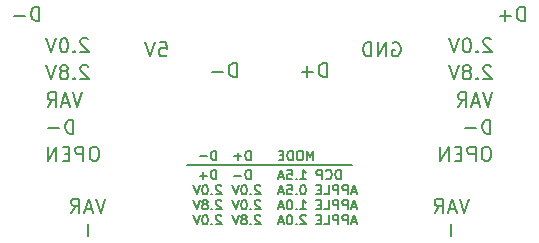
<source format=gbo>
G04 #@! TF.FileFunction,Legend,Bot*
%FSLAX46Y46*%
G04 Gerber Fmt 4.6, Leading zero omitted, Abs format (unit mm)*
G04 Created by KiCad (PCBNEW (2016-03-06 BZR 6610)-product) date 2016 April 20, Wednesday 18:42:29*
%MOMM*%
G01*
G04 APERTURE LIST*
%ADD10C,0.100000*%
%ADD11C,0.150000*%
%ADD12C,0.200000*%
G04 APERTURE END LIST*
D10*
D11*
X153720715Y-105060905D02*
X153720715Y-104260905D01*
X153454048Y-104832333D01*
X153187381Y-104260905D01*
X153187381Y-105060905D01*
X152654048Y-104260905D02*
X152501667Y-104260905D01*
X152425476Y-104299000D01*
X152349286Y-104375190D01*
X152311191Y-104527571D01*
X152311191Y-104794238D01*
X152349286Y-104946619D01*
X152425476Y-105022810D01*
X152501667Y-105060905D01*
X152654048Y-105060905D01*
X152730238Y-105022810D01*
X152806429Y-104946619D01*
X152844524Y-104794238D01*
X152844524Y-104527571D01*
X152806429Y-104375190D01*
X152730238Y-104299000D01*
X152654048Y-104260905D01*
X151968334Y-105060905D02*
X151968334Y-104260905D01*
X151777858Y-104260905D01*
X151663572Y-104299000D01*
X151587381Y-104375190D01*
X151549286Y-104451381D01*
X151511191Y-104603762D01*
X151511191Y-104718048D01*
X151549286Y-104870429D01*
X151587381Y-104946619D01*
X151663572Y-105022810D01*
X151777858Y-105060905D01*
X151968334Y-105060905D01*
X151168334Y-104641857D02*
X150901667Y-104641857D01*
X150787381Y-105060905D02*
X151168334Y-105060905D01*
X151168334Y-104260905D01*
X150787381Y-104260905D01*
D12*
X143000000Y-105461000D02*
X157000000Y-105461000D01*
D11*
X148418762Y-105060905D02*
X148418762Y-104260905D01*
X148228286Y-104260905D01*
X148114000Y-104299000D01*
X148037809Y-104375190D01*
X147999714Y-104451381D01*
X147961619Y-104603762D01*
X147961619Y-104718048D01*
X147999714Y-104870429D01*
X148037809Y-104946619D01*
X148114000Y-105022810D01*
X148228286Y-105060905D01*
X148418762Y-105060905D01*
X147618762Y-104756143D02*
X147009238Y-104756143D01*
X147314000Y-105060905D02*
X147314000Y-104451381D01*
X145497762Y-105060905D02*
X145497762Y-104260905D01*
X145307286Y-104260905D01*
X145193000Y-104299000D01*
X145116809Y-104375190D01*
X145078714Y-104451381D01*
X145040619Y-104603762D01*
X145040619Y-104718048D01*
X145078714Y-104870429D01*
X145116809Y-104946619D01*
X145193000Y-105022810D01*
X145307286Y-105060905D01*
X145497762Y-105060905D01*
X144697762Y-104756143D02*
X144088238Y-104756143D01*
X148418762Y-106711905D02*
X148418762Y-105911905D01*
X148228286Y-105911905D01*
X148114000Y-105950000D01*
X148037809Y-106026190D01*
X147999714Y-106102381D01*
X147961619Y-106254762D01*
X147961619Y-106369048D01*
X147999714Y-106521429D01*
X148037809Y-106597619D01*
X148114000Y-106673810D01*
X148228286Y-106711905D01*
X148418762Y-106711905D01*
X147618762Y-106407143D02*
X147009238Y-106407143D01*
D12*
X134657143Y-94857143D02*
X134600000Y-94800000D01*
X134485714Y-94742857D01*
X134200000Y-94742857D01*
X134085714Y-94800000D01*
X134028571Y-94857143D01*
X133971428Y-94971429D01*
X133971428Y-95085714D01*
X134028571Y-95257143D01*
X134714285Y-95942857D01*
X133971428Y-95942857D01*
X133457143Y-95828571D02*
X133400000Y-95885714D01*
X133457143Y-95942857D01*
X133514286Y-95885714D01*
X133457143Y-95828571D01*
X133457143Y-95942857D01*
X132657142Y-94742857D02*
X132542857Y-94742857D01*
X132428571Y-94800000D01*
X132371428Y-94857143D01*
X132314285Y-94971429D01*
X132257142Y-95200000D01*
X132257142Y-95485714D01*
X132314285Y-95714286D01*
X132371428Y-95828571D01*
X132428571Y-95885714D01*
X132542857Y-95942857D01*
X132657142Y-95942857D01*
X132771428Y-95885714D01*
X132828571Y-95828571D01*
X132885714Y-95714286D01*
X132942857Y-95485714D01*
X132942857Y-95200000D01*
X132885714Y-94971429D01*
X132828571Y-94857143D01*
X132771428Y-94800000D01*
X132657142Y-94742857D01*
X131914285Y-94742857D02*
X131514285Y-95942857D01*
X131114285Y-94742857D01*
X134657143Y-97157143D02*
X134600000Y-97100000D01*
X134485714Y-97042857D01*
X134200000Y-97042857D01*
X134085714Y-97100000D01*
X134028571Y-97157143D01*
X133971428Y-97271429D01*
X133971428Y-97385714D01*
X134028571Y-97557143D01*
X134714285Y-98242857D01*
X133971428Y-98242857D01*
X133457143Y-98128571D02*
X133400000Y-98185714D01*
X133457143Y-98242857D01*
X133514286Y-98185714D01*
X133457143Y-98128571D01*
X133457143Y-98242857D01*
X132714285Y-97557143D02*
X132828571Y-97500000D01*
X132885714Y-97442857D01*
X132942857Y-97328571D01*
X132942857Y-97271429D01*
X132885714Y-97157143D01*
X132828571Y-97100000D01*
X132714285Y-97042857D01*
X132485714Y-97042857D01*
X132371428Y-97100000D01*
X132314285Y-97157143D01*
X132257142Y-97271429D01*
X132257142Y-97328571D01*
X132314285Y-97442857D01*
X132371428Y-97500000D01*
X132485714Y-97557143D01*
X132714285Y-97557143D01*
X132828571Y-97614286D01*
X132885714Y-97671429D01*
X132942857Y-97785714D01*
X132942857Y-98014286D01*
X132885714Y-98128571D01*
X132828571Y-98185714D01*
X132714285Y-98242857D01*
X132485714Y-98242857D01*
X132371428Y-98185714D01*
X132314285Y-98128571D01*
X132257142Y-98014286D01*
X132257142Y-97785714D01*
X132314285Y-97671429D01*
X132371428Y-97614286D01*
X132485714Y-97557143D01*
X131914285Y-97042857D02*
X131514285Y-98242857D01*
X131114285Y-97042857D01*
X134142856Y-99342857D02*
X133742856Y-100542857D01*
X133342856Y-99342857D01*
X133000000Y-100200000D02*
X132428571Y-100200000D01*
X133114285Y-100542857D02*
X132714285Y-99342857D01*
X132314285Y-100542857D01*
X131228571Y-100542857D02*
X131628571Y-99971429D01*
X131914286Y-100542857D02*
X131914286Y-99342857D01*
X131457143Y-99342857D01*
X131342857Y-99400000D01*
X131285714Y-99457143D01*
X131228571Y-99571429D01*
X131228571Y-99742857D01*
X131285714Y-99857143D01*
X131342857Y-99914286D01*
X131457143Y-99971429D01*
X131914286Y-99971429D01*
X133400000Y-102842857D02*
X133400000Y-101642857D01*
X133114285Y-101642857D01*
X132942857Y-101700000D01*
X132828571Y-101814286D01*
X132771428Y-101928571D01*
X132714285Y-102157143D01*
X132714285Y-102328571D01*
X132771428Y-102557143D01*
X132828571Y-102671429D01*
X132942857Y-102785714D01*
X133114285Y-102842857D01*
X133400000Y-102842857D01*
X132200000Y-102385714D02*
X131285714Y-102385714D01*
X135285714Y-103942857D02*
X135057143Y-103942857D01*
X134942857Y-104000000D01*
X134828571Y-104114286D01*
X134771429Y-104342857D01*
X134771429Y-104742857D01*
X134828571Y-104971429D01*
X134942857Y-105085714D01*
X135057143Y-105142857D01*
X135285714Y-105142857D01*
X135400000Y-105085714D01*
X135514286Y-104971429D01*
X135571429Y-104742857D01*
X135571429Y-104342857D01*
X135514286Y-104114286D01*
X135400000Y-104000000D01*
X135285714Y-103942857D01*
X134257143Y-105142857D02*
X134257143Y-103942857D01*
X133800000Y-103942857D01*
X133685714Y-104000000D01*
X133628571Y-104057143D01*
X133571428Y-104171429D01*
X133571428Y-104342857D01*
X133628571Y-104457143D01*
X133685714Y-104514286D01*
X133800000Y-104571429D01*
X134257143Y-104571429D01*
X133057143Y-104514286D02*
X132657143Y-104514286D01*
X132485714Y-105142857D02*
X133057143Y-105142857D01*
X133057143Y-103942857D01*
X132485714Y-103942857D01*
X131971429Y-105142857D02*
X131971429Y-103942857D01*
X131285714Y-105142857D01*
X131285714Y-103942857D01*
X134605000Y-110500000D02*
X134605000Y-111500000D01*
X136119285Y-108342857D02*
X135719285Y-109542857D01*
X135319285Y-108342857D01*
X134976429Y-109200000D02*
X134405000Y-109200000D01*
X135090714Y-109542857D02*
X134690714Y-108342857D01*
X134290714Y-109542857D01*
X133205000Y-109542857D02*
X133605000Y-108971429D01*
X133890715Y-109542857D02*
X133890715Y-108342857D01*
X133433572Y-108342857D01*
X133319286Y-108400000D01*
X133262143Y-108457143D01*
X133205000Y-108571429D01*
X133205000Y-108742857D01*
X133262143Y-108857143D01*
X133319286Y-108914286D01*
X133433572Y-108971429D01*
X133890715Y-108971429D01*
X165395000Y-111500000D02*
X165395000Y-110500000D01*
X166909285Y-108342857D02*
X166509285Y-109542857D01*
X166109285Y-108342857D01*
X165766429Y-109200000D02*
X165195000Y-109200000D01*
X165880714Y-109542857D02*
X165480714Y-108342857D01*
X165080714Y-109542857D01*
X163995000Y-109542857D02*
X164395000Y-108971429D01*
X164680715Y-109542857D02*
X164680715Y-108342857D01*
X164223572Y-108342857D01*
X164109286Y-108400000D01*
X164052143Y-108457143D01*
X163995000Y-108571429D01*
X163995000Y-108742857D01*
X164052143Y-108857143D01*
X164109286Y-108914286D01*
X164223572Y-108971429D01*
X164680715Y-108971429D01*
X168771429Y-94857143D02*
X168714286Y-94800000D01*
X168600000Y-94742857D01*
X168314286Y-94742857D01*
X168200000Y-94800000D01*
X168142857Y-94857143D01*
X168085714Y-94971429D01*
X168085714Y-95085714D01*
X168142857Y-95257143D01*
X168828571Y-95942857D01*
X168085714Y-95942857D01*
X167571429Y-95828571D02*
X167514286Y-95885714D01*
X167571429Y-95942857D01*
X167628572Y-95885714D01*
X167571429Y-95828571D01*
X167571429Y-95942857D01*
X166771428Y-94742857D02*
X166657143Y-94742857D01*
X166542857Y-94800000D01*
X166485714Y-94857143D01*
X166428571Y-94971429D01*
X166371428Y-95200000D01*
X166371428Y-95485714D01*
X166428571Y-95714286D01*
X166485714Y-95828571D01*
X166542857Y-95885714D01*
X166657143Y-95942857D01*
X166771428Y-95942857D01*
X166885714Y-95885714D01*
X166942857Y-95828571D01*
X167000000Y-95714286D01*
X167057143Y-95485714D01*
X167057143Y-95200000D01*
X167000000Y-94971429D01*
X166942857Y-94857143D01*
X166885714Y-94800000D01*
X166771428Y-94742857D01*
X166028571Y-94742857D02*
X165628571Y-95942857D01*
X165228571Y-94742857D01*
X168771429Y-97157143D02*
X168714286Y-97100000D01*
X168600000Y-97042857D01*
X168314286Y-97042857D01*
X168200000Y-97100000D01*
X168142857Y-97157143D01*
X168085714Y-97271429D01*
X168085714Y-97385714D01*
X168142857Y-97557143D01*
X168828571Y-98242857D01*
X168085714Y-98242857D01*
X167571429Y-98128571D02*
X167514286Y-98185714D01*
X167571429Y-98242857D01*
X167628572Y-98185714D01*
X167571429Y-98128571D01*
X167571429Y-98242857D01*
X166828571Y-97557143D02*
X166942857Y-97500000D01*
X167000000Y-97442857D01*
X167057143Y-97328571D01*
X167057143Y-97271429D01*
X167000000Y-97157143D01*
X166942857Y-97100000D01*
X166828571Y-97042857D01*
X166600000Y-97042857D01*
X166485714Y-97100000D01*
X166428571Y-97157143D01*
X166371428Y-97271429D01*
X166371428Y-97328571D01*
X166428571Y-97442857D01*
X166485714Y-97500000D01*
X166600000Y-97557143D01*
X166828571Y-97557143D01*
X166942857Y-97614286D01*
X167000000Y-97671429D01*
X167057143Y-97785714D01*
X167057143Y-98014286D01*
X167000000Y-98128571D01*
X166942857Y-98185714D01*
X166828571Y-98242857D01*
X166600000Y-98242857D01*
X166485714Y-98185714D01*
X166428571Y-98128571D01*
X166371428Y-98014286D01*
X166371428Y-97785714D01*
X166428571Y-97671429D01*
X166485714Y-97614286D01*
X166600000Y-97557143D01*
X166028571Y-97042857D02*
X165628571Y-98242857D01*
X165228571Y-97042857D01*
X168885714Y-99342857D02*
X168485714Y-100542857D01*
X168085714Y-99342857D01*
X167742858Y-100200000D02*
X167171429Y-100200000D01*
X167857143Y-100542857D02*
X167457143Y-99342857D01*
X167057143Y-100542857D01*
X165971429Y-100542857D02*
X166371429Y-99971429D01*
X166657144Y-100542857D02*
X166657144Y-99342857D01*
X166200001Y-99342857D01*
X166085715Y-99400000D01*
X166028572Y-99457143D01*
X165971429Y-99571429D01*
X165971429Y-99742857D01*
X166028572Y-99857143D01*
X166085715Y-99914286D01*
X166200001Y-99971429D01*
X166657144Y-99971429D01*
X168714286Y-102842857D02*
X168714286Y-101642857D01*
X168428571Y-101642857D01*
X168257143Y-101700000D01*
X168142857Y-101814286D01*
X168085714Y-101928571D01*
X168028571Y-102157143D01*
X168028571Y-102328571D01*
X168085714Y-102557143D01*
X168142857Y-102671429D01*
X168257143Y-102785714D01*
X168428571Y-102842857D01*
X168714286Y-102842857D01*
X167514286Y-102385714D02*
X166600000Y-102385714D01*
X168485714Y-103942857D02*
X168257143Y-103942857D01*
X168142857Y-104000000D01*
X168028571Y-104114286D01*
X167971429Y-104342857D01*
X167971429Y-104742857D01*
X168028571Y-104971429D01*
X168142857Y-105085714D01*
X168257143Y-105142857D01*
X168485714Y-105142857D01*
X168600000Y-105085714D01*
X168714286Y-104971429D01*
X168771429Y-104742857D01*
X168771429Y-104342857D01*
X168714286Y-104114286D01*
X168600000Y-104000000D01*
X168485714Y-103942857D01*
X167457143Y-105142857D02*
X167457143Y-103942857D01*
X167000000Y-103942857D01*
X166885714Y-104000000D01*
X166828571Y-104057143D01*
X166771428Y-104171429D01*
X166771428Y-104342857D01*
X166828571Y-104457143D01*
X166885714Y-104514286D01*
X167000000Y-104571429D01*
X167457143Y-104571429D01*
X166257143Y-104514286D02*
X165857143Y-104514286D01*
X165685714Y-105142857D02*
X166257143Y-105142857D01*
X166257143Y-103942857D01*
X165685714Y-103942857D01*
X165171429Y-105142857D02*
X165171429Y-103942857D01*
X164485714Y-105142857D01*
X164485714Y-103942857D01*
X171622143Y-93292857D02*
X171622143Y-92092857D01*
X171336428Y-92092857D01*
X171165000Y-92150000D01*
X171050714Y-92264286D01*
X170993571Y-92378571D01*
X170936428Y-92607143D01*
X170936428Y-92778571D01*
X170993571Y-93007143D01*
X171050714Y-93121429D01*
X171165000Y-93235714D01*
X171336428Y-93292857D01*
X171622143Y-93292857D01*
X170422143Y-92835714D02*
X169507857Y-92835714D01*
X169965000Y-93292857D02*
X169965000Y-92378571D01*
X130492143Y-93292857D02*
X130492143Y-92092857D01*
X130206428Y-92092857D01*
X130035000Y-92150000D01*
X129920714Y-92264286D01*
X129863571Y-92378571D01*
X129806428Y-92607143D01*
X129806428Y-92778571D01*
X129863571Y-93007143D01*
X129920714Y-93121429D01*
X130035000Y-93235714D01*
X130206428Y-93292857D01*
X130492143Y-93292857D01*
X129292143Y-92835714D02*
X128377857Y-92835714D01*
X160439285Y-95150000D02*
X160553571Y-95092857D01*
X160725000Y-95092857D01*
X160896428Y-95150000D01*
X161010714Y-95264286D01*
X161067857Y-95378571D01*
X161125000Y-95607143D01*
X161125000Y-95778571D01*
X161067857Y-96007143D01*
X161010714Y-96121429D01*
X160896428Y-96235714D01*
X160725000Y-96292857D01*
X160610714Y-96292857D01*
X160439285Y-96235714D01*
X160382142Y-96178571D01*
X160382142Y-95778571D01*
X160610714Y-95778571D01*
X159867857Y-96292857D02*
X159867857Y-95092857D01*
X159182142Y-96292857D01*
X159182142Y-95092857D01*
X158610714Y-96292857D02*
X158610714Y-95092857D01*
X158324999Y-95092857D01*
X158153571Y-95150000D01*
X158039285Y-95264286D01*
X157982142Y-95378571D01*
X157924999Y-95607143D01*
X157924999Y-95778571D01*
X157982142Y-96007143D01*
X158039285Y-96121429D01*
X158153571Y-96235714D01*
X158324999Y-96292857D01*
X158610714Y-96292857D01*
X154867143Y-98042857D02*
X154867143Y-96842857D01*
X154581428Y-96842857D01*
X154410000Y-96900000D01*
X154295714Y-97014286D01*
X154238571Y-97128571D01*
X154181428Y-97357143D01*
X154181428Y-97528571D01*
X154238571Y-97757143D01*
X154295714Y-97871429D01*
X154410000Y-97985714D01*
X154581428Y-98042857D01*
X154867143Y-98042857D01*
X153667143Y-97585714D02*
X152752857Y-97585714D01*
X153210000Y-98042857D02*
X153210000Y-97128571D01*
X147247143Y-98042857D02*
X147247143Y-96842857D01*
X146961428Y-96842857D01*
X146790000Y-96900000D01*
X146675714Y-97014286D01*
X146618571Y-97128571D01*
X146561428Y-97357143D01*
X146561428Y-97528571D01*
X146618571Y-97757143D01*
X146675714Y-97871429D01*
X146790000Y-97985714D01*
X146961428Y-98042857D01*
X147247143Y-98042857D01*
X146047143Y-97585714D02*
X145132857Y-97585714D01*
X140703571Y-95092857D02*
X141275000Y-95092857D01*
X141332143Y-95664286D01*
X141275000Y-95607143D01*
X141160714Y-95550000D01*
X140875000Y-95550000D01*
X140760714Y-95607143D01*
X140703571Y-95664286D01*
X140646428Y-95778571D01*
X140646428Y-96064286D01*
X140703571Y-96178571D01*
X140760714Y-96235714D01*
X140875000Y-96292857D01*
X141160714Y-96292857D01*
X141275000Y-96235714D01*
X141332143Y-96178571D01*
X140303571Y-95092857D02*
X139903571Y-96292857D01*
X139503571Y-95092857D01*
D11*
X149237857Y-107258095D02*
X149199762Y-107220000D01*
X149123571Y-107181905D01*
X148933095Y-107181905D01*
X148856905Y-107220000D01*
X148818809Y-107258095D01*
X148780714Y-107334286D01*
X148780714Y-107410476D01*
X148818809Y-107524762D01*
X149275952Y-107981905D01*
X148780714Y-107981905D01*
X148437857Y-107905714D02*
X148399762Y-107943810D01*
X148437857Y-107981905D01*
X148475952Y-107943810D01*
X148437857Y-107905714D01*
X148437857Y-107981905D01*
X147904524Y-107181905D02*
X147828333Y-107181905D01*
X147752143Y-107220000D01*
X147714048Y-107258095D01*
X147675952Y-107334286D01*
X147637857Y-107486667D01*
X147637857Y-107677143D01*
X147675952Y-107829524D01*
X147714048Y-107905714D01*
X147752143Y-107943810D01*
X147828333Y-107981905D01*
X147904524Y-107981905D01*
X147980714Y-107943810D01*
X148018810Y-107905714D01*
X148056905Y-107829524D01*
X148095000Y-107677143D01*
X148095000Y-107486667D01*
X148056905Y-107334286D01*
X148018810Y-107258095D01*
X147980714Y-107220000D01*
X147904524Y-107181905D01*
X147409286Y-107181905D02*
X147142619Y-107981905D01*
X146875952Y-107181905D01*
X149237857Y-109798095D02*
X149199762Y-109760000D01*
X149123571Y-109721905D01*
X148933095Y-109721905D01*
X148856905Y-109760000D01*
X148818809Y-109798095D01*
X148780714Y-109874286D01*
X148780714Y-109950476D01*
X148818809Y-110064762D01*
X149275952Y-110521905D01*
X148780714Y-110521905D01*
X148437857Y-110445714D02*
X148399762Y-110483810D01*
X148437857Y-110521905D01*
X148475952Y-110483810D01*
X148437857Y-110445714D01*
X148437857Y-110521905D01*
X147942619Y-110064762D02*
X148018810Y-110026667D01*
X148056905Y-109988571D01*
X148095000Y-109912381D01*
X148095000Y-109874286D01*
X148056905Y-109798095D01*
X148018810Y-109760000D01*
X147942619Y-109721905D01*
X147790238Y-109721905D01*
X147714048Y-109760000D01*
X147675952Y-109798095D01*
X147637857Y-109874286D01*
X147637857Y-109912381D01*
X147675952Y-109988571D01*
X147714048Y-110026667D01*
X147790238Y-110064762D01*
X147942619Y-110064762D01*
X148018810Y-110102857D01*
X148056905Y-110140952D01*
X148095000Y-110217143D01*
X148095000Y-110369524D01*
X148056905Y-110445714D01*
X148018810Y-110483810D01*
X147942619Y-110521905D01*
X147790238Y-110521905D01*
X147714048Y-110483810D01*
X147675952Y-110445714D01*
X147637857Y-110369524D01*
X147637857Y-110217143D01*
X147675952Y-110140952D01*
X147714048Y-110102857D01*
X147790238Y-110064762D01*
X147409286Y-109721905D02*
X147142619Y-110521905D01*
X146875952Y-109721905D01*
X149237857Y-108528095D02*
X149199762Y-108490000D01*
X149123571Y-108451905D01*
X148933095Y-108451905D01*
X148856905Y-108490000D01*
X148818809Y-108528095D01*
X148780714Y-108604286D01*
X148780714Y-108680476D01*
X148818809Y-108794762D01*
X149275952Y-109251905D01*
X148780714Y-109251905D01*
X148437857Y-109175714D02*
X148399762Y-109213810D01*
X148437857Y-109251905D01*
X148475952Y-109213810D01*
X148437857Y-109175714D01*
X148437857Y-109251905D01*
X147904524Y-108451905D02*
X147828333Y-108451905D01*
X147752143Y-108490000D01*
X147714048Y-108528095D01*
X147675952Y-108604286D01*
X147637857Y-108756667D01*
X147637857Y-108947143D01*
X147675952Y-109099524D01*
X147714048Y-109175714D01*
X147752143Y-109213810D01*
X147828333Y-109251905D01*
X147904524Y-109251905D01*
X147980714Y-109213810D01*
X148018810Y-109175714D01*
X148056905Y-109099524D01*
X148095000Y-108947143D01*
X148095000Y-108756667D01*
X148056905Y-108604286D01*
X148018810Y-108528095D01*
X147980714Y-108490000D01*
X147904524Y-108451905D01*
X147409286Y-108451905D02*
X147142619Y-109251905D01*
X146875952Y-108451905D01*
X145935857Y-109798095D02*
X145897762Y-109760000D01*
X145821571Y-109721905D01*
X145631095Y-109721905D01*
X145554905Y-109760000D01*
X145516809Y-109798095D01*
X145478714Y-109874286D01*
X145478714Y-109950476D01*
X145516809Y-110064762D01*
X145973952Y-110521905D01*
X145478714Y-110521905D01*
X145135857Y-110445714D02*
X145097762Y-110483810D01*
X145135857Y-110521905D01*
X145173952Y-110483810D01*
X145135857Y-110445714D01*
X145135857Y-110521905D01*
X144602524Y-109721905D02*
X144526333Y-109721905D01*
X144450143Y-109760000D01*
X144412048Y-109798095D01*
X144373952Y-109874286D01*
X144335857Y-110026667D01*
X144335857Y-110217143D01*
X144373952Y-110369524D01*
X144412048Y-110445714D01*
X144450143Y-110483810D01*
X144526333Y-110521905D01*
X144602524Y-110521905D01*
X144678714Y-110483810D01*
X144716810Y-110445714D01*
X144754905Y-110369524D01*
X144793000Y-110217143D01*
X144793000Y-110026667D01*
X144754905Y-109874286D01*
X144716810Y-109798095D01*
X144678714Y-109760000D01*
X144602524Y-109721905D01*
X144107286Y-109721905D02*
X143840619Y-110521905D01*
X143573952Y-109721905D01*
X145935857Y-108528095D02*
X145897762Y-108490000D01*
X145821571Y-108451905D01*
X145631095Y-108451905D01*
X145554905Y-108490000D01*
X145516809Y-108528095D01*
X145478714Y-108604286D01*
X145478714Y-108680476D01*
X145516809Y-108794762D01*
X145973952Y-109251905D01*
X145478714Y-109251905D01*
X145135857Y-109175714D02*
X145097762Y-109213810D01*
X145135857Y-109251905D01*
X145173952Y-109213810D01*
X145135857Y-109175714D01*
X145135857Y-109251905D01*
X144640619Y-108794762D02*
X144716810Y-108756667D01*
X144754905Y-108718571D01*
X144793000Y-108642381D01*
X144793000Y-108604286D01*
X144754905Y-108528095D01*
X144716810Y-108490000D01*
X144640619Y-108451905D01*
X144488238Y-108451905D01*
X144412048Y-108490000D01*
X144373952Y-108528095D01*
X144335857Y-108604286D01*
X144335857Y-108642381D01*
X144373952Y-108718571D01*
X144412048Y-108756667D01*
X144488238Y-108794762D01*
X144640619Y-108794762D01*
X144716810Y-108832857D01*
X144754905Y-108870952D01*
X144793000Y-108947143D01*
X144793000Y-109099524D01*
X144754905Y-109175714D01*
X144716810Y-109213810D01*
X144640619Y-109251905D01*
X144488238Y-109251905D01*
X144412048Y-109213810D01*
X144373952Y-109175714D01*
X144335857Y-109099524D01*
X144335857Y-108947143D01*
X144373952Y-108870952D01*
X144412048Y-108832857D01*
X144488238Y-108794762D01*
X144107286Y-108451905D02*
X143840619Y-109251905D01*
X143573952Y-108451905D01*
X145935857Y-107258095D02*
X145897762Y-107220000D01*
X145821571Y-107181905D01*
X145631095Y-107181905D01*
X145554905Y-107220000D01*
X145516809Y-107258095D01*
X145478714Y-107334286D01*
X145478714Y-107410476D01*
X145516809Y-107524762D01*
X145973952Y-107981905D01*
X145478714Y-107981905D01*
X145135857Y-107905714D02*
X145097762Y-107943810D01*
X145135857Y-107981905D01*
X145173952Y-107943810D01*
X145135857Y-107905714D01*
X145135857Y-107981905D01*
X144602524Y-107181905D02*
X144526333Y-107181905D01*
X144450143Y-107220000D01*
X144412048Y-107258095D01*
X144373952Y-107334286D01*
X144335857Y-107486667D01*
X144335857Y-107677143D01*
X144373952Y-107829524D01*
X144412048Y-107905714D01*
X144450143Y-107943810D01*
X144526333Y-107981905D01*
X144602524Y-107981905D01*
X144678714Y-107943810D01*
X144716810Y-107905714D01*
X144754905Y-107829524D01*
X144793000Y-107677143D01*
X144793000Y-107486667D01*
X144754905Y-107334286D01*
X144716810Y-107258095D01*
X144678714Y-107220000D01*
X144602524Y-107181905D01*
X144107286Y-107181905D02*
X143840619Y-107981905D01*
X143573952Y-107181905D01*
X157339762Y-110293333D02*
X156958810Y-110293333D01*
X157415953Y-110521905D02*
X157149286Y-109721905D01*
X156882619Y-110521905D01*
X156615953Y-110521905D02*
X156615953Y-109721905D01*
X156311191Y-109721905D01*
X156235000Y-109760000D01*
X156196905Y-109798095D01*
X156158810Y-109874286D01*
X156158810Y-109988571D01*
X156196905Y-110064762D01*
X156235000Y-110102857D01*
X156311191Y-110140952D01*
X156615953Y-110140952D01*
X155815953Y-110521905D02*
X155815953Y-109721905D01*
X155511191Y-109721905D01*
X155435000Y-109760000D01*
X155396905Y-109798095D01*
X155358810Y-109874286D01*
X155358810Y-109988571D01*
X155396905Y-110064762D01*
X155435000Y-110102857D01*
X155511191Y-110140952D01*
X155815953Y-110140952D01*
X154635000Y-110521905D02*
X155015953Y-110521905D01*
X155015953Y-109721905D01*
X154368334Y-110102857D02*
X154101667Y-110102857D01*
X153987381Y-110521905D02*
X154368334Y-110521905D01*
X154368334Y-109721905D01*
X153987381Y-109721905D01*
X153073095Y-109798095D02*
X153035000Y-109760000D01*
X152958809Y-109721905D01*
X152768333Y-109721905D01*
X152692143Y-109760000D01*
X152654047Y-109798095D01*
X152615952Y-109874286D01*
X152615952Y-109950476D01*
X152654047Y-110064762D01*
X153111190Y-110521905D01*
X152615952Y-110521905D01*
X152273095Y-110445714D02*
X152235000Y-110483810D01*
X152273095Y-110521905D01*
X152311190Y-110483810D01*
X152273095Y-110445714D01*
X152273095Y-110521905D01*
X151739762Y-109721905D02*
X151663571Y-109721905D01*
X151587381Y-109760000D01*
X151549286Y-109798095D01*
X151511190Y-109874286D01*
X151473095Y-110026667D01*
X151473095Y-110217143D01*
X151511190Y-110369524D01*
X151549286Y-110445714D01*
X151587381Y-110483810D01*
X151663571Y-110521905D01*
X151739762Y-110521905D01*
X151815952Y-110483810D01*
X151854048Y-110445714D01*
X151892143Y-110369524D01*
X151930238Y-110217143D01*
X151930238Y-110026667D01*
X151892143Y-109874286D01*
X151854048Y-109798095D01*
X151815952Y-109760000D01*
X151739762Y-109721905D01*
X151168333Y-110293333D02*
X150787381Y-110293333D01*
X151244524Y-110521905D02*
X150977857Y-109721905D01*
X150711190Y-110521905D01*
X145497762Y-106711905D02*
X145497762Y-105911905D01*
X145307286Y-105911905D01*
X145193000Y-105950000D01*
X145116809Y-106026190D01*
X145078714Y-106102381D01*
X145040619Y-106254762D01*
X145040619Y-106369048D01*
X145078714Y-106521429D01*
X145116809Y-106597619D01*
X145193000Y-106673810D01*
X145307286Y-106711905D01*
X145497762Y-106711905D01*
X144697762Y-106407143D02*
X144088238Y-106407143D01*
X144393000Y-106711905D02*
X144393000Y-106102381D01*
X156044524Y-106711905D02*
X156044524Y-105911905D01*
X155854048Y-105911905D01*
X155739762Y-105950000D01*
X155663571Y-106026190D01*
X155625476Y-106102381D01*
X155587381Y-106254762D01*
X155587381Y-106369048D01*
X155625476Y-106521429D01*
X155663571Y-106597619D01*
X155739762Y-106673810D01*
X155854048Y-106711905D01*
X156044524Y-106711905D01*
X154787381Y-106635714D02*
X154825476Y-106673810D01*
X154939762Y-106711905D01*
X155015952Y-106711905D01*
X155130238Y-106673810D01*
X155206429Y-106597619D01*
X155244524Y-106521429D01*
X155282619Y-106369048D01*
X155282619Y-106254762D01*
X155244524Y-106102381D01*
X155206429Y-106026190D01*
X155130238Y-105950000D01*
X155015952Y-105911905D01*
X154939762Y-105911905D01*
X154825476Y-105950000D01*
X154787381Y-105988095D01*
X154444524Y-106711905D02*
X154444524Y-105911905D01*
X154139762Y-105911905D01*
X154063571Y-105950000D01*
X154025476Y-105988095D01*
X153987381Y-106064286D01*
X153987381Y-106178571D01*
X154025476Y-106254762D01*
X154063571Y-106292857D01*
X154139762Y-106330952D01*
X154444524Y-106330952D01*
X152615952Y-106711905D02*
X153073095Y-106711905D01*
X152844524Y-106711905D02*
X152844524Y-105911905D01*
X152920714Y-106026190D01*
X152996905Y-106102381D01*
X153073095Y-106140476D01*
X152273095Y-106635714D02*
X152235000Y-106673810D01*
X152273095Y-106711905D01*
X152311190Y-106673810D01*
X152273095Y-106635714D01*
X152273095Y-106711905D01*
X151511190Y-105911905D02*
X151892143Y-105911905D01*
X151930238Y-106292857D01*
X151892143Y-106254762D01*
X151815952Y-106216667D01*
X151625476Y-106216667D01*
X151549286Y-106254762D01*
X151511190Y-106292857D01*
X151473095Y-106369048D01*
X151473095Y-106559524D01*
X151511190Y-106635714D01*
X151549286Y-106673810D01*
X151625476Y-106711905D01*
X151815952Y-106711905D01*
X151892143Y-106673810D01*
X151930238Y-106635714D01*
X151168333Y-106483333D02*
X150787381Y-106483333D01*
X151244524Y-106711905D02*
X150977857Y-105911905D01*
X150711190Y-106711905D01*
X157339762Y-109023333D02*
X156958810Y-109023333D01*
X157415953Y-109251905D02*
X157149286Y-108451905D01*
X156882619Y-109251905D01*
X156615953Y-109251905D02*
X156615953Y-108451905D01*
X156311191Y-108451905D01*
X156235000Y-108490000D01*
X156196905Y-108528095D01*
X156158810Y-108604286D01*
X156158810Y-108718571D01*
X156196905Y-108794762D01*
X156235000Y-108832857D01*
X156311191Y-108870952D01*
X156615953Y-108870952D01*
X155815953Y-109251905D02*
X155815953Y-108451905D01*
X155511191Y-108451905D01*
X155435000Y-108490000D01*
X155396905Y-108528095D01*
X155358810Y-108604286D01*
X155358810Y-108718571D01*
X155396905Y-108794762D01*
X155435000Y-108832857D01*
X155511191Y-108870952D01*
X155815953Y-108870952D01*
X154635000Y-109251905D02*
X155015953Y-109251905D01*
X155015953Y-108451905D01*
X154368334Y-108832857D02*
X154101667Y-108832857D01*
X153987381Y-109251905D02*
X154368334Y-109251905D01*
X154368334Y-108451905D01*
X153987381Y-108451905D01*
X152615952Y-109251905D02*
X153073095Y-109251905D01*
X152844524Y-109251905D02*
X152844524Y-108451905D01*
X152920714Y-108566190D01*
X152996905Y-108642381D01*
X153073095Y-108680476D01*
X152273095Y-109175714D02*
X152235000Y-109213810D01*
X152273095Y-109251905D01*
X152311190Y-109213810D01*
X152273095Y-109175714D01*
X152273095Y-109251905D01*
X151739762Y-108451905D02*
X151663571Y-108451905D01*
X151587381Y-108490000D01*
X151549286Y-108528095D01*
X151511190Y-108604286D01*
X151473095Y-108756667D01*
X151473095Y-108947143D01*
X151511190Y-109099524D01*
X151549286Y-109175714D01*
X151587381Y-109213810D01*
X151663571Y-109251905D01*
X151739762Y-109251905D01*
X151815952Y-109213810D01*
X151854048Y-109175714D01*
X151892143Y-109099524D01*
X151930238Y-108947143D01*
X151930238Y-108756667D01*
X151892143Y-108604286D01*
X151854048Y-108528095D01*
X151815952Y-108490000D01*
X151739762Y-108451905D01*
X151168333Y-109023333D02*
X150787381Y-109023333D01*
X151244524Y-109251905D02*
X150977857Y-108451905D01*
X150711190Y-109251905D01*
X157339762Y-107753333D02*
X156958810Y-107753333D01*
X157415953Y-107981905D02*
X157149286Y-107181905D01*
X156882619Y-107981905D01*
X156615953Y-107981905D02*
X156615953Y-107181905D01*
X156311191Y-107181905D01*
X156235000Y-107220000D01*
X156196905Y-107258095D01*
X156158810Y-107334286D01*
X156158810Y-107448571D01*
X156196905Y-107524762D01*
X156235000Y-107562857D01*
X156311191Y-107600952D01*
X156615953Y-107600952D01*
X155815953Y-107981905D02*
X155815953Y-107181905D01*
X155511191Y-107181905D01*
X155435000Y-107220000D01*
X155396905Y-107258095D01*
X155358810Y-107334286D01*
X155358810Y-107448571D01*
X155396905Y-107524762D01*
X155435000Y-107562857D01*
X155511191Y-107600952D01*
X155815953Y-107600952D01*
X154635000Y-107981905D02*
X155015953Y-107981905D01*
X155015953Y-107181905D01*
X154368334Y-107562857D02*
X154101667Y-107562857D01*
X153987381Y-107981905D02*
X154368334Y-107981905D01*
X154368334Y-107181905D01*
X153987381Y-107181905D01*
X152882619Y-107181905D02*
X152806428Y-107181905D01*
X152730238Y-107220000D01*
X152692143Y-107258095D01*
X152654047Y-107334286D01*
X152615952Y-107486667D01*
X152615952Y-107677143D01*
X152654047Y-107829524D01*
X152692143Y-107905714D01*
X152730238Y-107943810D01*
X152806428Y-107981905D01*
X152882619Y-107981905D01*
X152958809Y-107943810D01*
X152996905Y-107905714D01*
X153035000Y-107829524D01*
X153073095Y-107677143D01*
X153073095Y-107486667D01*
X153035000Y-107334286D01*
X152996905Y-107258095D01*
X152958809Y-107220000D01*
X152882619Y-107181905D01*
X152273095Y-107905714D02*
X152235000Y-107943810D01*
X152273095Y-107981905D01*
X152311190Y-107943810D01*
X152273095Y-107905714D01*
X152273095Y-107981905D01*
X151511190Y-107181905D02*
X151892143Y-107181905D01*
X151930238Y-107562857D01*
X151892143Y-107524762D01*
X151815952Y-107486667D01*
X151625476Y-107486667D01*
X151549286Y-107524762D01*
X151511190Y-107562857D01*
X151473095Y-107639048D01*
X151473095Y-107829524D01*
X151511190Y-107905714D01*
X151549286Y-107943810D01*
X151625476Y-107981905D01*
X151815952Y-107981905D01*
X151892143Y-107943810D01*
X151930238Y-107905714D01*
X151168333Y-107753333D02*
X150787381Y-107753333D01*
X151244524Y-107981905D02*
X150977857Y-107181905D01*
X150711190Y-107981905D01*
M02*

</source>
